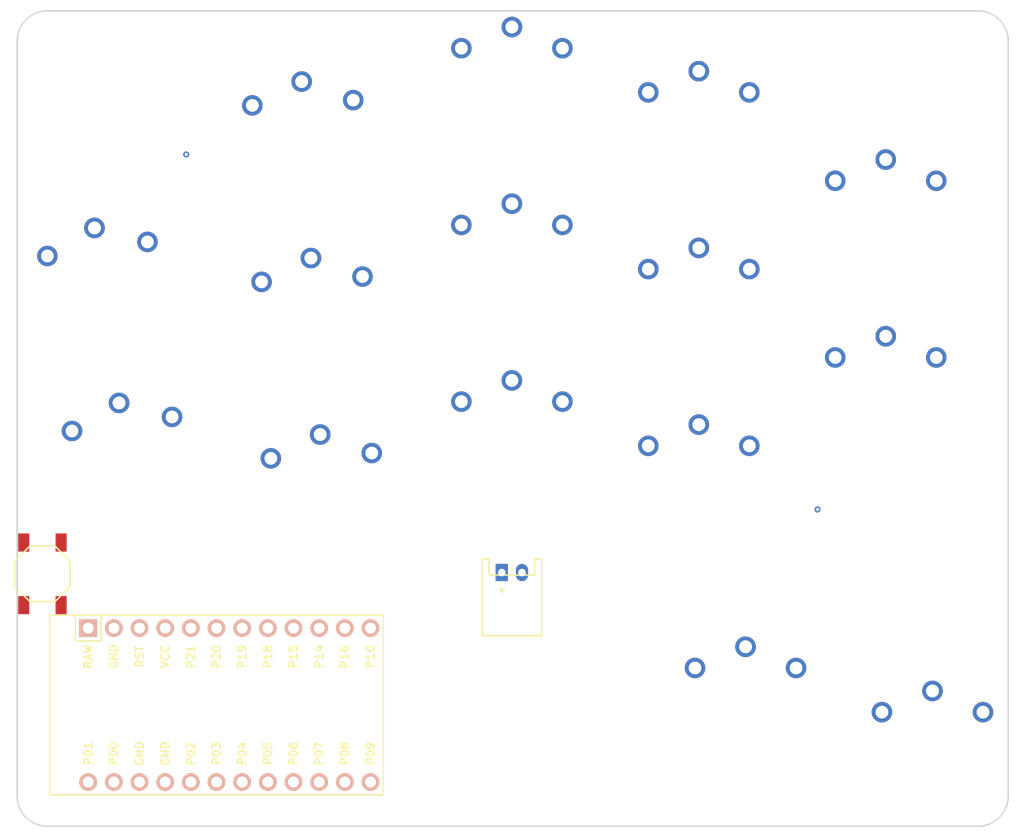
<source format=kicad_pcb>


(kicad_pcb (version 20171130) (host pcbnew 5.1.6)

  (page A3)
  (title_block
    (title "berylline")
    (rev "0.4")
    (company "jcmkk3")
  )

  (general
    (thickness 1.6)
  )

  (layers
    (0 F.Cu signal)
    (31 B.Cu signal)
    (32 B.Adhes user)
    (33 F.Adhes user)
    (34 B.Paste user)
    (35 F.Paste user)
    (36 B.SilkS user)
    (37 F.SilkS user)
    (38 B.Mask user)
    (39 F.Mask user)
    (40 Dwgs.User user)
    (41 Cmts.User user)
    (42 Eco1.User user)
    (43 Eco2.User user)
    (44 Edge.Cuts user)
    (45 Margin user)
    (46 B.CrtYd user)
    (47 F.CrtYd user)
    (48 B.Fab user)
    (49 F.Fab user)
  )

  (setup
    (last_trace_width 0.25)
    (trace_clearance 0.2)
    (zone_clearance 0.508)
    (zone_45_only no)
    (trace_min 0.2)
    (via_size 0.8)
    (via_drill 0.4)
    (via_min_size 0.4)
    (via_min_drill 0.3)
    (uvia_size 0.3)
    (uvia_drill 0.1)
    (uvias_allowed no)
    (uvia_min_size 0.2)
    (uvia_min_drill 0.1)
    (edge_width 0.05)
    (segment_width 0.2)
    (pcb_text_width 0.3)
    (pcb_text_size 1.5 1.5)
    (mod_edge_width 0.12)
    (mod_text_size 1 1)
    (mod_text_width 0.15)
    (pad_size 1.524 1.524)
    (pad_drill 0.762)
    (pad_to_mask_clearance 0.05)
    (aux_axis_origin 0 0)
    (visible_elements FFFFFF7F)
    (pcbplotparams
      (layerselection 0x010fc_ffffffff)
      (usegerberextensions false)
      (usegerberattributes true)
      (usegerberadvancedattributes true)
      (creategerberjobfile true)
      (excludeedgelayer true)
      (linewidth 0.100000)
      (plotframeref false)
      (viasonmask false)
      (mode 1)
      (useauxorigin false)
      (hpglpennumber 1)
      (hpglpenspeed 20)
      (hpglpendiameter 15.000000)
      (psnegative false)
      (psa4output false)
      (plotreference true)
      (plotvalue true)
      (plotinvisibletext false)
      (padsonsilk false)
      (subtractmaskfromsilk false)
      (outputformat 1)
      (mirror false)
      (drillshape 1)
      (scaleselection 1)
      (outputdirectory ""))
  )

  (net 0 "")
(net 1 "GND")
(net 2 "matrix_pinky_home")
(net 3 "matrix_pinky_top")
(net 4 "matrix_ring_bottom")
(net 5 "matrix_ring_home")
(net 6 "matrix_ring_top")
(net 7 "matrix_middle_bottom")
(net 8 "matrix_middle_home")
(net 9 "matrix_middle_top")
(net 10 "matrix_index_bottom")
(net 11 "matrix_index_home")
(net 12 "matrix_index_top")
(net 13 "matrix_inner_home")
(net 14 "matrix_inner_top")
(net 15 "thumb_tucky")
(net 16 "thumb_reachy")
(net 17 "RAW")
(net 18 "RST")
(net 19 "VCC")
(net 20 "P1")
(net 21 "P0")
(net 22 "P2")

  (net_class Default "This is the default net class."
    (clearance 0.2)
    (trace_width 0.25)
    (via_dia 0.8)
    (via_drill 0.4)
    (uvia_dia 0.3)
    (uvia_drill 0.1)
    (add_net "")
(add_net "GND")
(add_net "matrix_pinky_home")
(add_net "matrix_pinky_top")
(add_net "matrix_ring_bottom")
(add_net "matrix_ring_home")
(add_net "matrix_ring_top")
(add_net "matrix_middle_bottom")
(add_net "matrix_middle_home")
(add_net "matrix_middle_top")
(add_net "matrix_index_bottom")
(add_net "matrix_index_home")
(add_net "matrix_index_top")
(add_net "matrix_inner_home")
(add_net "matrix_inner_top")
(add_net "thumb_tucky")
(add_net "thumb_reachy")
(add_net "RAW")
(add_net "RST")
(add_net "VCC")
(add_net "P1")
(add_net "P0")
(add_net "P2")
  )

  
        
      (module PG1350 (layer F.Cu) (tedit 5DD50112)
      (at 171.1558392 140.042596 8)

      
      (fp_text reference "S1" (at 0 0) (layer F.SilkS) hide (effects (font (size 1.27 1.27) (thickness 0.15))))
      (fp_text value "" (at 0 0) (layer F.SilkS) hide (effects (font (size 1.27 1.27) (thickness 0.15))))

      
      (fp_line (start -7 -6) (end -7 -7) (layer Dwgs.User) (width 0.15))
      (fp_line (start -7 7) (end -6 7) (layer Dwgs.User) (width 0.15))
      (fp_line (start -6 -7) (end -7 -7) (layer Dwgs.User) (width 0.15))
      (fp_line (start -7 7) (end -7 6) (layer Dwgs.User) (width 0.15))
      (fp_line (start 7 6) (end 7 7) (layer Dwgs.User) (width 0.15))
      (fp_line (start 7 -7) (end 6 -7) (layer Dwgs.User) (width 0.15))
      (fp_line (start 6 7) (end 7 7) (layer Dwgs.User) (width 0.15))
      (fp_line (start 7 -7) (end 7 -6) (layer Dwgs.User) (width 0.15))      
      
      
      (pad "" np_thru_hole circle (at 0 0) (size 3.429 3.429) (drill 3.429) (layers *.Cu *.Mask))
        
      
      (pad "" np_thru_hole circle (at 5.5 0) (size 1.7018 1.7018) (drill 1.7018) (layers *.Cu *.Mask))
      (pad "" np_thru_hole circle (at -5.5 0) (size 1.7018 1.7018) (drill 1.7018) (layers *.Cu *.Mask))
      
        
      
      (fp_line (start -9 -8.5) (end 9 -8.5) (layer Dwgs.User) (width 0.15))
      (fp_line (start 9 -8.5) (end 9 8.5) (layer Dwgs.User) (width 0.15))
      (fp_line (start 9 8.5) (end -9 8.5) (layer Dwgs.User) (width 0.15))
      (fp_line (start -9 8.5) (end -9 -8.5) (layer Dwgs.User) (width 0.15))
      
        
            
            (pad 1 thru_hole circle (at 5 -3.8) (size 2.032 2.032) (drill 1.27) (layers *.Cu *.Mask) (net 1 "GND"))
            (pad 2 thru_hole circle (at 0 -5.9) (size 2.032 2.032) (drill 1.27) (layers *.Cu *.Mask) (net 2 "matrix_pinky_home"))
          
        
            
            (pad 1 thru_hole circle (at -5 -3.8) (size 2.032 2.032) (drill 1.27) (layers *.Cu *.Mask) (net 1 "GND"))
            (pad 2 thru_hole circle (at -0 -5.9) (size 2.032 2.032) (drill 1.27) (layers *.Cu *.Mask) (net 2 "matrix_pinky_home"))
          )
        

        
      (module PG1350 (layer F.Cu) (tedit 5DD50112)
      (at 168.72031 122.7129048 8)

      
      (fp_text reference "S2" (at 0 0) (layer F.SilkS) hide (effects (font (size 1.27 1.27) (thickness 0.15))))
      (fp_text value "" (at 0 0) (layer F.SilkS) hide (effects (font (size 1.27 1.27) (thickness 0.15))))

      
      (fp_line (start -7 -6) (end -7 -7) (layer Dwgs.User) (width 0.15))
      (fp_line (start -7 7) (end -6 7) (layer Dwgs.User) (width 0.15))
      (fp_line (start -6 -7) (end -7 -7) (layer Dwgs.User) (width 0.15))
      (fp_line (start -7 7) (end -7 6) (layer Dwgs.User) (width 0.15))
      (fp_line (start 7 6) (end 7 7) (layer Dwgs.User) (width 0.15))
      (fp_line (start 7 -7) (end 6 -7) (layer Dwgs.User) (width 0.15))
      (fp_line (start 6 7) (end 7 7) (layer Dwgs.User) (width 0.15))
      (fp_line (start 7 -7) (end 7 -6) (layer Dwgs.User) (width 0.15))      
      
      
      (pad "" np_thru_hole circle (at 0 0) (size 3.429 3.429) (drill 3.429) (layers *.Cu *.Mask))
        
      
      (pad "" np_thru_hole circle (at 5.5 0) (size 1.7018 1.7018) (drill 1.7018) (layers *.Cu *.Mask))
      (pad "" np_thru_hole circle (at -5.5 0) (size 1.7018 1.7018) (drill 1.7018) (layers *.Cu *.Mask))
      
        
      
      (fp_line (start -9 -8.5) (end 9 -8.5) (layer Dwgs.User) (width 0.15))
      (fp_line (start 9 -8.5) (end 9 8.5) (layer Dwgs.User) (width 0.15))
      (fp_line (start 9 8.5) (end -9 8.5) (layer Dwgs.User) (width 0.15))
      (fp_line (start -9 8.5) (end -9 -8.5) (layer Dwgs.User) (width 0.15))
      
        
            
            (pad 1 thru_hole circle (at 5 -3.8) (size 2.032 2.032) (drill 1.27) (layers *.Cu *.Mask) (net 1 "GND"))
            (pad 2 thru_hole circle (at 0 -5.9) (size 2.032 2.032) (drill 1.27) (layers *.Cu *.Mask) (net 3 "matrix_pinky_top"))
          
        
            
            (pad 1 thru_hole circle (at -5 -3.8) (size 2.032 2.032) (drill 1.27) (layers *.Cu *.Mask) (net 1 "GND"))
            (pad 2 thru_hole circle (at -0 -5.9) (size 2.032 2.032) (drill 1.27) (layers *.Cu *.Mask) (net 3 "matrix_pinky_top"))
          )
        

        
      (module PG1350 (layer F.Cu) (tedit 5DD50112)
      (at 190.548153 143.219373 3)

      
      (fp_text reference "S3" (at 0 0) (layer F.SilkS) hide (effects (font (size 1.27 1.27) (thickness 0.15))))
      (fp_text value "" (at 0 0) (layer F.SilkS) hide (effects (font (size 1.27 1.27) (thickness 0.15))))

      
      (fp_line (start -7 -6) (end -7 -7) (layer Dwgs.User) (width 0.15))
      (fp_line (start -7 7) (end -6 7) (layer Dwgs.User) (width 0.15))
      (fp_line (start -6 -7) (end -7 -7) (layer Dwgs.User) (width 0.15))
      (fp_line (start -7 7) (end -7 6) (layer Dwgs.User) (width 0.15))
      (fp_line (start 7 6) (end 7 7) (layer Dwgs.User) (width 0.15))
      (fp_line (start 7 -7) (end 6 -7) (layer Dwgs.User) (width 0.15))
      (fp_line (start 6 7) (end 7 7) (layer Dwgs.User) (width 0.15))
      (fp_line (start 7 -7) (end 7 -6) (layer Dwgs.User) (width 0.15))      
      
      
      (pad "" np_thru_hole circle (at 0 0) (size 3.429 3.429) (drill 3.429) (layers *.Cu *.Mask))
        
      
      (pad "" np_thru_hole circle (at 5.5 0) (size 1.7018 1.7018) (drill 1.7018) (layers *.Cu *.Mask))
      (pad "" np_thru_hole circle (at -5.5 0) (size 1.7018 1.7018) (drill 1.7018) (layers *.Cu *.Mask))
      
        
      
      (fp_line (start -9 -8.5) (end 9 -8.5) (layer Dwgs.User) (width 0.15))
      (fp_line (start 9 -8.5) (end 9 8.5) (layer Dwgs.User) (width 0.15))
      (fp_line (start 9 8.5) (end -9 8.5) (layer Dwgs.User) (width 0.15))
      (fp_line (start -9 8.5) (end -9 -8.5) (layer Dwgs.User) (width 0.15))
      
        
            
            (pad 1 thru_hole circle (at 5 -3.8) (size 2.032 2.032) (drill 1.27) (layers *.Cu *.Mask) (net 1 "GND"))
            (pad 2 thru_hole circle (at 0 -5.9) (size 2.032 2.032) (drill 1.27) (layers *.Cu *.Mask) (net 4 "matrix_ring_bottom"))
          
        
            
            (pad 1 thru_hole circle (at -5 -3.8) (size 2.032 2.032) (drill 1.27) (layers *.Cu *.Mask) (net 1 "GND"))
            (pad 2 thru_hole circle (at -0 -5.9) (size 2.032 2.032) (drill 1.27) (layers *.Cu *.Mask) (net 4 "matrix_ring_bottom"))
          )
        

        
      (module PG1350 (layer F.Cu) (tedit 5DD50112)
      (at 189.6322737 125.7433561 3)

      
      (fp_text reference "S4" (at 0 0) (layer F.SilkS) hide (effects (font (size 1.27 1.27) (thickness 0.15))))
      (fp_text value "" (at 0 0) (layer F.SilkS) hide (effects (font (size 1.27 1.27) (thickness 0.15))))

      
      (fp_line (start -7 -6) (end -7 -7) (layer Dwgs.User) (width 0.15))
      (fp_line (start -7 7) (end -6 7) (layer Dwgs.User) (width 0.15))
      (fp_line (start -6 -7) (end -7 -7) (layer Dwgs.User) (width 0.15))
      (fp_line (start -7 7) (end -7 6) (layer Dwgs.User) (width 0.15))
      (fp_line (start 7 6) (end 7 7) (layer Dwgs.User) (width 0.15))
      (fp_line (start 7 -7) (end 6 -7) (layer Dwgs.User) (width 0.15))
      (fp_line (start 6 7) (end 7 7) (layer Dwgs.User) (width 0.15))
      (fp_line (start 7 -7) (end 7 -6) (layer Dwgs.User) (width 0.15))      
      
      
      (pad "" np_thru_hole circle (at 0 0) (size 3.429 3.429) (drill 3.429) (layers *.Cu *.Mask))
        
      
      (pad "" np_thru_hole circle (at 5.5 0) (size 1.7018 1.7018) (drill 1.7018) (layers *.Cu *.Mask))
      (pad "" np_thru_hole circle (at -5.5 0) (size 1.7018 1.7018) (drill 1.7018) (layers *.Cu *.Mask))
      
        
      
      (fp_line (start -9 -8.5) (end 9 -8.5) (layer Dwgs.User) (width 0.15))
      (fp_line (start 9 -8.5) (end 9 8.5) (layer Dwgs.User) (width 0.15))
      (fp_line (start 9 8.5) (end -9 8.5) (layer Dwgs.User) (width 0.15))
      (fp_line (start -9 8.5) (end -9 -8.5) (layer Dwgs.User) (width 0.15))
      
        
            
            (pad 1 thru_hole circle (at 5 -3.8) (size 2.032 2.032) (drill 1.27) (layers *.Cu *.Mask) (net 1 "GND"))
            (pad 2 thru_hole circle (at 0 -5.9) (size 2.032 2.032) (drill 1.27) (layers *.Cu *.Mask) (net 5 "matrix_ring_home"))
          
        
            
            (pad 1 thru_hole circle (at -5 -3.8) (size 2.032 2.032) (drill 1.27) (layers *.Cu *.Mask) (net 1 "GND"))
            (pad 2 thru_hole circle (at -0 -5.9) (size 2.032 2.032) (drill 1.27) (layers *.Cu *.Mask) (net 5 "matrix_ring_home"))
          )
        

        
      (module PG1350 (layer F.Cu) (tedit 5DD50112)
      (at 188.7163945 108.2673393 3)

      
      (fp_text reference "S5" (at 0 0) (layer F.SilkS) hide (effects (font (size 1.27 1.27) (thickness 0.15))))
      (fp_text value "" (at 0 0) (layer F.SilkS) hide (effects (font (size 1.27 1.27) (thickness 0.15))))

      
      (fp_line (start -7 -6) (end -7 -7) (layer Dwgs.User) (width 0.15))
      (fp_line (start -7 7) (end -6 7) (layer Dwgs.User) (width 0.15))
      (fp_line (start -6 -7) (end -7 -7) (layer Dwgs.User) (width 0.15))
      (fp_line (start -7 7) (end -7 6) (layer Dwgs.User) (width 0.15))
      (fp_line (start 7 6) (end 7 7) (layer Dwgs.User) (width 0.15))
      (fp_line (start 7 -7) (end 6 -7) (layer Dwgs.User) (width 0.15))
      (fp_line (start 6 7) (end 7 7) (layer Dwgs.User) (width 0.15))
      (fp_line (start 7 -7) (end 7 -6) (layer Dwgs.User) (width 0.15))      
      
      
      (pad "" np_thru_hole circle (at 0 0) (size 3.429 3.429) (drill 3.429) (layers *.Cu *.Mask))
        
      
      (pad "" np_thru_hole circle (at 5.5 0) (size 1.7018 1.7018) (drill 1.7018) (layers *.Cu *.Mask))
      (pad "" np_thru_hole circle (at -5.5 0) (size 1.7018 1.7018) (drill 1.7018) (layers *.Cu *.Mask))
      
        
      
      (fp_line (start -9 -8.5) (end 9 -8.5) (layer Dwgs.User) (width 0.15))
      (fp_line (start 9 -8.5) (end 9 8.5) (layer Dwgs.User) (width 0.15))
      (fp_line (start 9 8.5) (end -9 8.5) (layer Dwgs.User) (width 0.15))
      (fp_line (start -9 8.5) (end -9 -8.5) (layer Dwgs.User) (width 0.15))
      
        
            
            (pad 1 thru_hole circle (at 5 -3.8) (size 2.032 2.032) (drill 1.27) (layers *.Cu *.Mask) (net 1 "GND"))
            (pad 2 thru_hole circle (at 0 -5.9) (size 2.032 2.032) (drill 1.27) (layers *.Cu *.Mask) (net 6 "matrix_ring_top"))
          
        
            
            (pad 1 thru_hole circle (at -5 -3.8) (size 2.032 2.032) (drill 1.27) (layers *.Cu *.Mask) (net 1 "GND"))
            (pad 2 thru_hole circle (at -0 -5.9) (size 2.032 2.032) (drill 1.27) (layers *.Cu *.Mask) (net 6 "matrix_ring_top"))
          )
        

        
      (module PG1350 (layer F.Cu) (tedit 5DD50112)
      (at 209.2125172 137.8711898 0)

      
      (fp_text reference "S6" (at 0 0) (layer F.SilkS) hide (effects (font (size 1.27 1.27) (thickness 0.15))))
      (fp_text value "" (at 0 0) (layer F.SilkS) hide (effects (font (size 1.27 1.27) (thickness 0.15))))

      
      (fp_line (start -7 -6) (end -7 -7) (layer Dwgs.User) (width 0.15))
      (fp_line (start -7 7) (end -6 7) (layer Dwgs.User) (width 0.15))
      (fp_line (start -6 -7) (end -7 -7) (layer Dwgs.User) (width 0.15))
      (fp_line (start -7 7) (end -7 6) (layer Dwgs.User) (width 0.15))
      (fp_line (start 7 6) (end 7 7) (layer Dwgs.User) (width 0.15))
      (fp_line (start 7 -7) (end 6 -7) (layer Dwgs.User) (width 0.15))
      (fp_line (start 6 7) (end 7 7) (layer Dwgs.User) (width 0.15))
      (fp_line (start 7 -7) (end 7 -6) (layer Dwgs.User) (width 0.15))      
      
      
      (pad "" np_thru_hole circle (at 0 0) (size 3.429 3.429) (drill 3.429) (layers *.Cu *.Mask))
        
      
      (pad "" np_thru_hole circle (at 5.5 0) (size 1.7018 1.7018) (drill 1.7018) (layers *.Cu *.Mask))
      (pad "" np_thru_hole circle (at -5.5 0) (size 1.7018 1.7018) (drill 1.7018) (layers *.Cu *.Mask))
      
        
      
      (fp_line (start -9 -8.5) (end 9 -8.5) (layer Dwgs.User) (width 0.15))
      (fp_line (start 9 -8.5) (end 9 8.5) (layer Dwgs.User) (width 0.15))
      (fp_line (start 9 8.5) (end -9 8.5) (layer Dwgs.User) (width 0.15))
      (fp_line (start -9 8.5) (end -9 -8.5) (layer Dwgs.User) (width 0.15))
      
        
            
            (pad 1 thru_hole circle (at 5 -3.8) (size 2.032 2.032) (drill 1.27) (layers *.Cu *.Mask) (net 1 "GND"))
            (pad 2 thru_hole circle (at 0 -5.9) (size 2.032 2.032) (drill 1.27) (layers *.Cu *.Mask) (net 7 "matrix_middle_bottom"))
          
        
            
            (pad 1 thru_hole circle (at -5 -3.8) (size 2.032 2.032) (drill 1.27) (layers *.Cu *.Mask) (net 1 "GND"))
            (pad 2 thru_hole circle (at -0 -5.9) (size 2.032 2.032) (drill 1.27) (layers *.Cu *.Mask) (net 7 "matrix_middle_bottom"))
          )
        

        
      (module PG1350 (layer F.Cu) (tedit 5DD50112)
      (at 209.2125173 120.3711898 0)

      
      (fp_text reference "S7" (at 0 0) (layer F.SilkS) hide (effects (font (size 1.27 1.27) (thickness 0.15))))
      (fp_text value "" (at 0 0) (layer F.SilkS) hide (effects (font (size 1.27 1.27) (thickness 0.15))))

      
      (fp_line (start -7 -6) (end -7 -7) (layer Dwgs.User) (width 0.15))
      (fp_line (start -7 7) (end -6 7) (layer Dwgs.User) (width 0.15))
      (fp_line (start -6 -7) (end -7 -7) (layer Dwgs.User) (width 0.15))
      (fp_line (start -7 7) (end -7 6) (layer Dwgs.User) (width 0.15))
      (fp_line (start 7 6) (end 7 7) (layer Dwgs.User) (width 0.15))
      (fp_line (start 7 -7) (end 6 -7) (layer Dwgs.User) (width 0.15))
      (fp_line (start 6 7) (end 7 7) (layer Dwgs.User) (width 0.15))
      (fp_line (start 7 -7) (end 7 -6) (layer Dwgs.User) (width 0.15))      
      
      
      (pad "" np_thru_hole circle (at 0 0) (size 3.429 3.429) (drill 3.429) (layers *.Cu *.Mask))
        
      
      (pad "" np_thru_hole circle (at 5.5 0) (size 1.7018 1.7018) (drill 1.7018) (layers *.Cu *.Mask))
      (pad "" np_thru_hole circle (at -5.5 0) (size 1.7018 1.7018) (drill 1.7018) (layers *.Cu *.Mask))
      
        
      
      (fp_line (start -9 -8.5) (end 9 -8.5) (layer Dwgs.User) (width 0.15))
      (fp_line (start 9 -8.5) (end 9 8.5) (layer Dwgs.User) (width 0.15))
      (fp_line (start 9 8.5) (end -9 8.5) (layer Dwgs.User) (width 0.15))
      (fp_line (start -9 8.5) (end -9 -8.5) (layer Dwgs.User) (width 0.15))
      
        
            
            (pad 1 thru_hole circle (at 5 -3.8) (size 2.032 2.032) (drill 1.27) (layers *.Cu *.Mask) (net 1 "GND"))
            (pad 2 thru_hole circle (at 0 -5.9) (size 2.032 2.032) (drill 1.27) (layers *.Cu *.Mask) (net 8 "matrix_middle_home"))
          
        
            
            (pad 1 thru_hole circle (at -5 -3.8) (size 2.032 2.032) (drill 1.27) (layers *.Cu *.Mask) (net 1 "GND"))
            (pad 2 thru_hole circle (at -0 -5.9) (size 2.032 2.032) (drill 1.27) (layers *.Cu *.Mask) (net 8 "matrix_middle_home"))
          )
        

        
      (module PG1350 (layer F.Cu) (tedit 5DD50112)
      (at 209.2125173 102.8711898 0)

      
      (fp_text reference "S8" (at 0 0) (layer F.SilkS) hide (effects (font (size 1.27 1.27) (thickness 0.15))))
      (fp_text value "" (at 0 0) (layer F.SilkS) hide (effects (font (size 1.27 1.27) (thickness 0.15))))

      
      (fp_line (start -7 -6) (end -7 -7) (layer Dwgs.User) (width 0.15))
      (fp_line (start -7 7) (end -6 7) (layer Dwgs.User) (width 0.15))
      (fp_line (start -6 -7) (end -7 -7) (layer Dwgs.User) (width 0.15))
      (fp_line (start -7 7) (end -7 6) (layer Dwgs.User) (width 0.15))
      (fp_line (start 7 6) (end 7 7) (layer Dwgs.User) (width 0.15))
      (fp_line (start 7 -7) (end 6 -7) (layer Dwgs.User) (width 0.15))
      (fp_line (start 6 7) (end 7 7) (layer Dwgs.User) (width 0.15))
      (fp_line (start 7 -7) (end 7 -6) (layer Dwgs.User) (width 0.15))      
      
      
      (pad "" np_thru_hole circle (at 0 0) (size 3.429 3.429) (drill 3.429) (layers *.Cu *.Mask))
        
      
      (pad "" np_thru_hole circle (at 5.5 0) (size 1.7018 1.7018) (drill 1.7018) (layers *.Cu *.Mask))
      (pad "" np_thru_hole circle (at -5.5 0) (size 1.7018 1.7018) (drill 1.7018) (layers *.Cu *.Mask))
      
        
      
      (fp_line (start -9 -8.5) (end 9 -8.5) (layer Dwgs.User) (width 0.15))
      (fp_line (start 9 -8.5) (end 9 8.5) (layer Dwgs.User) (width 0.15))
      (fp_line (start 9 8.5) (end -9 8.5) (layer Dwgs.User) (width 0.15))
      (fp_line (start -9 8.5) (end -9 -8.5) (layer Dwgs.User) (width 0.15))
      
        
            
            (pad 1 thru_hole circle (at 5 -3.8) (size 2.032 2.032) (drill 1.27) (layers *.Cu *.Mask) (net 1 "GND"))
            (pad 2 thru_hole circle (at 0 -5.9) (size 2.032 2.032) (drill 1.27) (layers *.Cu *.Mask) (net 9 "matrix_middle_top"))
          
        
            
            (pad 1 thru_hole circle (at -5 -3.8) (size 2.032 2.032) (drill 1.27) (layers *.Cu *.Mask) (net 1 "GND"))
            (pad 2 thru_hole circle (at -0 -5.9) (size 2.032 2.032) (drill 1.27) (layers *.Cu *.Mask) (net 9 "matrix_middle_top"))
          )
        

        
      (module PG1350 (layer F.Cu) (tedit 5DD50112)
      (at 227.7125173 142.2461899 0)

      
      (fp_text reference "S9" (at 0 0) (layer F.SilkS) hide (effects (font (size 1.27 1.27) (thickness 0.15))))
      (fp_text value "" (at 0 0) (layer F.SilkS) hide (effects (font (size 1.27 1.27) (thickness 0.15))))

      
      (fp_line (start -7 -6) (end -7 -7) (layer Dwgs.User) (width 0.15))
      (fp_line (start -7 7) (end -6 7) (layer Dwgs.User) (width 0.15))
      (fp_line (start -6 -7) (end -7 -7) (layer Dwgs.User) (width 0.15))
      (fp_line (start -7 7) (end -7 6) (layer Dwgs.User) (width 0.15))
      (fp_line (start 7 6) (end 7 7) (layer Dwgs.User) (width 0.15))
      (fp_line (start 7 -7) (end 6 -7) (layer Dwgs.User) (width 0.15))
      (fp_line (start 6 7) (end 7 7) (layer Dwgs.User) (width 0.15))
      (fp_line (start 7 -7) (end 7 -6) (layer Dwgs.User) (width 0.15))      
      
      
      (pad "" np_thru_hole circle (at 0 0) (size 3.429 3.429) (drill 3.429) (layers *.Cu *.Mask))
        
      
      (pad "" np_thru_hole circle (at 5.5 0) (size 1.7018 1.7018) (drill 1.7018) (layers *.Cu *.Mask))
      (pad "" np_thru_hole circle (at -5.5 0) (size 1.7018 1.7018) (drill 1.7018) (layers *.Cu *.Mask))
      
        
      
      (fp_line (start -9 -8.5) (end 9 -8.5) (layer Dwgs.User) (width 0.15))
      (fp_line (start 9 -8.5) (end 9 8.5) (layer Dwgs.User) (width 0.15))
      (fp_line (start 9 8.5) (end -9 8.5) (layer Dwgs.User) (width 0.15))
      (fp_line (start -9 8.5) (end -9 -8.5) (layer Dwgs.User) (width 0.15))
      
        
            
            (pad 1 thru_hole circle (at 5 -3.8) (size 2.032 2.032) (drill 1.27) (layers *.Cu *.Mask) (net 1 "GND"))
            (pad 2 thru_hole circle (at 0 -5.9) (size 2.032 2.032) (drill 1.27) (layers *.Cu *.Mask) (net 10 "matrix_index_bottom"))
          
        
            
            (pad 1 thru_hole circle (at -5 -3.8) (size 2.032 2.032) (drill 1.27) (layers *.Cu *.Mask) (net 1 "GND"))
            (pad 2 thru_hole circle (at -0 -5.9) (size 2.032 2.032) (drill 1.27) (layers *.Cu *.Mask) (net 10 "matrix_index_bottom"))
          )
        

        
      (module PG1350 (layer F.Cu) (tedit 5DD50112)
      (at 227.7125173 124.7461899 0)

      
      (fp_text reference "S10" (at 0 0) (layer F.SilkS) hide (effects (font (size 1.27 1.27) (thickness 0.15))))
      (fp_text value "" (at 0 0) (layer F.SilkS) hide (effects (font (size 1.27 1.27) (thickness 0.15))))

      
      (fp_line (start -7 -6) (end -7 -7) (layer Dwgs.User) (width 0.15))
      (fp_line (start -7 7) (end -6 7) (layer Dwgs.User) (width 0.15))
      (fp_line (start -6 -7) (end -7 -7) (layer Dwgs.User) (width 0.15))
      (fp_line (start -7 7) (end -7 6) (layer Dwgs.User) (width 0.15))
      (fp_line (start 7 6) (end 7 7) (layer Dwgs.User) (width 0.15))
      (fp_line (start 7 -7) (end 6 -7) (layer Dwgs.User) (width 0.15))
      (fp_line (start 6 7) (end 7 7) (layer Dwgs.User) (width 0.15))
      (fp_line (start 7 -7) (end 7 -6) (layer Dwgs.User) (width 0.15))      
      
      
      (pad "" np_thru_hole circle (at 0 0) (size 3.429 3.429) (drill 3.429) (layers *.Cu *.Mask))
        
      
      (pad "" np_thru_hole circle (at 5.5 0) (size 1.7018 1.7018) (drill 1.7018) (layers *.Cu *.Mask))
      (pad "" np_thru_hole circle (at -5.5 0) (size 1.7018 1.7018) (drill 1.7018) (layers *.Cu *.Mask))
      
        
      
      (fp_line (start -9 -8.5) (end 9 -8.5) (layer Dwgs.User) (width 0.15))
      (fp_line (start 9 -8.5) (end 9 8.5) (layer Dwgs.User) (width 0.15))
      (fp_line (start 9 8.5) (end -9 8.5) (layer Dwgs.User) (width 0.15))
      (fp_line (start -9 8.5) (end -9 -8.5) (layer Dwgs.User) (width 0.15))
      
        
            
            (pad 1 thru_hole circle (at 5 -3.8) (size 2.032 2.032) (drill 1.27) (layers *.Cu *.Mask) (net 1 "GND"))
            (pad 2 thru_hole circle (at 0 -5.9) (size 2.032 2.032) (drill 1.27) (layers *.Cu *.Mask) (net 11 "matrix_index_home"))
          
        
            
            (pad 1 thru_hole circle (at -5 -3.8) (size 2.032 2.032) (drill 1.27) (layers *.Cu *.Mask) (net 1 "GND"))
            (pad 2 thru_hole circle (at -0 -5.9) (size 2.032 2.032) (drill 1.27) (layers *.Cu *.Mask) (net 11 "matrix_index_home"))
          )
        

        
      (module PG1350 (layer F.Cu) (tedit 5DD50112)
      (at 227.7125174 107.2461899 0)

      
      (fp_text reference "S11" (at 0 0) (layer F.SilkS) hide (effects (font (size 1.27 1.27) (thickness 0.15))))
      (fp_text value "" (at 0 0) (layer F.SilkS) hide (effects (font (size 1.27 1.27) (thickness 0.15))))

      
      (fp_line (start -7 -6) (end -7 -7) (layer Dwgs.User) (width 0.15))
      (fp_line (start -7 7) (end -6 7) (layer Dwgs.User) (width 0.15))
      (fp_line (start -6 -7) (end -7 -7) (layer Dwgs.User) (width 0.15))
      (fp_line (start -7 7) (end -7 6) (layer Dwgs.User) (width 0.15))
      (fp_line (start 7 6) (end 7 7) (layer Dwgs.User) (width 0.15))
      (fp_line (start 7 -7) (end 6 -7) (layer Dwgs.User) (width 0.15))
      (fp_line (start 6 7) (end 7 7) (layer Dwgs.User) (width 0.15))
      (fp_line (start 7 -7) (end 7 -6) (layer Dwgs.User) (width 0.15))      
      
      
      (pad "" np_thru_hole circle (at 0 0) (size 3.429 3.429) (drill 3.429) (layers *.Cu *.Mask))
        
      
      (pad "" np_thru_hole circle (at 5.5 0) (size 1.7018 1.7018) (drill 1.7018) (layers *.Cu *.Mask))
      (pad "" np_thru_hole circle (at -5.5 0) (size 1.7018 1.7018) (drill 1.7018) (layers *.Cu *.Mask))
      
        
      
      (fp_line (start -9 -8.5) (end 9 -8.5) (layer Dwgs.User) (width 0.15))
      (fp_line (start 9 -8.5) (end 9 8.5) (layer Dwgs.User) (width 0.15))
      (fp_line (start 9 8.5) (end -9 8.5) (layer Dwgs.User) (width 0.15))
      (fp_line (start -9 8.5) (end -9 -8.5) (layer Dwgs.User) (width 0.15))
      
        
            
            (pad 1 thru_hole circle (at 5 -3.8) (size 2.032 2.032) (drill 1.27) (layers *.Cu *.Mask) (net 1 "GND"))
            (pad 2 thru_hole circle (at 0 -5.9) (size 2.032 2.032) (drill 1.27) (layers *.Cu *.Mask) (net 12 "matrix_index_top"))
          
        
            
            (pad 1 thru_hole circle (at -5 -3.8) (size 2.032 2.032) (drill 1.27) (layers *.Cu *.Mask) (net 1 "GND"))
            (pad 2 thru_hole circle (at -0 -5.9) (size 2.032 2.032) (drill 1.27) (layers *.Cu *.Mask) (net 12 "matrix_index_top"))
          )
        

        
      (module PG1350 (layer F.Cu) (tedit 5DD50112)
      (at 246.2125173 133.4961898 0)

      
      (fp_text reference "S12" (at 0 0) (layer F.SilkS) hide (effects (font (size 1.27 1.27) (thickness 0.15))))
      (fp_text value "" (at 0 0) (layer F.SilkS) hide (effects (font (size 1.27 1.27) (thickness 0.15))))

      
      (fp_line (start -7 -6) (end -7 -7) (layer Dwgs.User) (width 0.15))
      (fp_line (start -7 7) (end -6 7) (layer Dwgs.User) (width 0.15))
      (fp_line (start -6 -7) (end -7 -7) (layer Dwgs.User) (width 0.15))
      (fp_line (start -7 7) (end -7 6) (layer Dwgs.User) (width 0.15))
      (fp_line (start 7 6) (end 7 7) (layer Dwgs.User) (width 0.15))
      (fp_line (start 7 -7) (end 6 -7) (layer Dwgs.User) (width 0.15))
      (fp_line (start 6 7) (end 7 7) (layer Dwgs.User) (width 0.15))
      (fp_line (start 7 -7) (end 7 -6) (layer Dwgs.User) (width 0.15))      
      
      
      (pad "" np_thru_hole circle (at 0 0) (size 3.429 3.429) (drill 3.429) (layers *.Cu *.Mask))
        
      
      (pad "" np_thru_hole circle (at 5.5 0) (size 1.7018 1.7018) (drill 1.7018) (layers *.Cu *.Mask))
      (pad "" np_thru_hole circle (at -5.5 0) (size 1.7018 1.7018) (drill 1.7018) (layers *.Cu *.Mask))
      
        
      
      (fp_line (start -9 -8.5) (end 9 -8.5) (layer Dwgs.User) (width 0.15))
      (fp_line (start 9 -8.5) (end 9 8.5) (layer Dwgs.User) (width 0.15))
      (fp_line (start 9 8.5) (end -9 8.5) (layer Dwgs.User) (width 0.15))
      (fp_line (start -9 8.5) (end -9 -8.5) (layer Dwgs.User) (width 0.15))
      
        
            
            (pad 1 thru_hole circle (at 5 -3.8) (size 2.032 2.032) (drill 1.27) (layers *.Cu *.Mask) (net 1 "GND"))
            (pad 2 thru_hole circle (at 0 -5.9) (size 2.032 2.032) (drill 1.27) (layers *.Cu *.Mask) (net 13 "matrix_inner_home"))
          
        
            
            (pad 1 thru_hole circle (at -5 -3.8) (size 2.032 2.032) (drill 1.27) (layers *.Cu *.Mask) (net 1 "GND"))
            (pad 2 thru_hole circle (at -0 -5.9) (size 2.032 2.032) (drill 1.27) (layers *.Cu *.Mask) (net 13 "matrix_inner_home"))
          )
        

        
      (module PG1350 (layer F.Cu) (tedit 5DD50112)
      (at 246.2125173 115.9961898 0)

      
      (fp_text reference "S13" (at 0 0) (layer F.SilkS) hide (effects (font (size 1.27 1.27) (thickness 0.15))))
      (fp_text value "" (at 0 0) (layer F.SilkS) hide (effects (font (size 1.27 1.27) (thickness 0.15))))

      
      (fp_line (start -7 -6) (end -7 -7) (layer Dwgs.User) (width 0.15))
      (fp_line (start -7 7) (end -6 7) (layer Dwgs.User) (width 0.15))
      (fp_line (start -6 -7) (end -7 -7) (layer Dwgs.User) (width 0.15))
      (fp_line (start -7 7) (end -7 6) (layer Dwgs.User) (width 0.15))
      (fp_line (start 7 6) (end 7 7) (layer Dwgs.User) (width 0.15))
      (fp_line (start 7 -7) (end 6 -7) (layer Dwgs.User) (width 0.15))
      (fp_line (start 6 7) (end 7 7) (layer Dwgs.User) (width 0.15))
      (fp_line (start 7 -7) (end 7 -6) (layer Dwgs.User) (width 0.15))      
      
      
      (pad "" np_thru_hole circle (at 0 0) (size 3.429 3.429) (drill 3.429) (layers *.Cu *.Mask))
        
      
      (pad "" np_thru_hole circle (at 5.5 0) (size 1.7018 1.7018) (drill 1.7018) (layers *.Cu *.Mask))
      (pad "" np_thru_hole circle (at -5.5 0) (size 1.7018 1.7018) (drill 1.7018) (layers *.Cu *.Mask))
      
        
      
      (fp_line (start -9 -8.5) (end 9 -8.5) (layer Dwgs.User) (width 0.15))
      (fp_line (start 9 -8.5) (end 9 8.5) (layer Dwgs.User) (width 0.15))
      (fp_line (start 9 8.5) (end -9 8.5) (layer Dwgs.User) (width 0.15))
      (fp_line (start -9 8.5) (end -9 -8.5) (layer Dwgs.User) (width 0.15))
      
        
            
            (pad 1 thru_hole circle (at 5 -3.8) (size 2.032 2.032) (drill 1.27) (layers *.Cu *.Mask) (net 1 "GND"))
            (pad 2 thru_hole circle (at 0 -5.9) (size 2.032 2.032) (drill 1.27) (layers *.Cu *.Mask) (net 14 "matrix_inner_top"))
          
        
            
            (pad 1 thru_hole circle (at -5 -3.8) (size 2.032 2.032) (drill 1.27) (layers *.Cu *.Mask) (net 1 "GND"))
            (pad 2 thru_hole circle (at -0 -5.9) (size 2.032 2.032) (drill 1.27) (layers *.Cu *.Mask) (net 14 "matrix_inner_top"))
          )
        

        
      (module PG1350 (layer F.Cu) (tedit 5DD50112)
      (at 232.3375173 164.2461899 0)

      
      (fp_text reference "S14" (at 0 0) (layer F.SilkS) hide (effects (font (size 1.27 1.27) (thickness 0.15))))
      (fp_text value "" (at 0 0) (layer F.SilkS) hide (effects (font (size 1.27 1.27) (thickness 0.15))))

      
      (fp_line (start -7 -6) (end -7 -7) (layer Dwgs.User) (width 0.15))
      (fp_line (start -7 7) (end -6 7) (layer Dwgs.User) (width 0.15))
      (fp_line (start -6 -7) (end -7 -7) (layer Dwgs.User) (width 0.15))
      (fp_line (start -7 7) (end -7 6) (layer Dwgs.User) (width 0.15))
      (fp_line (start 7 6) (end 7 7) (layer Dwgs.User) (width 0.15))
      (fp_line (start 7 -7) (end 6 -7) (layer Dwgs.User) (width 0.15))
      (fp_line (start 6 7) (end 7 7) (layer Dwgs.User) (width 0.15))
      (fp_line (start 7 -7) (end 7 -6) (layer Dwgs.User) (width 0.15))      
      
      
      (pad "" np_thru_hole circle (at 0 0) (size 3.429 3.429) (drill 3.429) (layers *.Cu *.Mask))
        
      
      (pad "" np_thru_hole circle (at 5.5 0) (size 1.7018 1.7018) (drill 1.7018) (layers *.Cu *.Mask))
      (pad "" np_thru_hole circle (at -5.5 0) (size 1.7018 1.7018) (drill 1.7018) (layers *.Cu *.Mask))
      
        
      
      (fp_line (start -9 -8.5) (end 9 -8.5) (layer Dwgs.User) (width 0.15))
      (fp_line (start 9 -8.5) (end 9 8.5) (layer Dwgs.User) (width 0.15))
      (fp_line (start 9 8.5) (end -9 8.5) (layer Dwgs.User) (width 0.15))
      (fp_line (start -9 8.5) (end -9 -8.5) (layer Dwgs.User) (width 0.15))
      
        
            
            (pad 1 thru_hole circle (at 5 -3.8) (size 2.032 2.032) (drill 1.27) (layers *.Cu *.Mask) (net 1 "GND"))
            (pad 2 thru_hole circle (at 0 -5.9) (size 2.032 2.032) (drill 1.27) (layers *.Cu *.Mask) (net 15 "thumb_tucky"))
          
        
            
            (pad 1 thru_hole circle (at -5 -3.8) (size 2.032 2.032) (drill 1.27) (layers *.Cu *.Mask) (net 1 "GND"))
            (pad 2 thru_hole circle (at -0 -5.9) (size 2.032 2.032) (drill 1.27) (layers *.Cu *.Mask) (net 15 "thumb_tucky"))
          )
        

        
      (module PG1350 (layer F.Cu) (tedit 5DD50112)
      (at 250.8375173 168.6211899 0)

      
      (fp_text reference "S15" (at 0 0) (layer F.SilkS) hide (effects (font (size 1.27 1.27) (thickness 0.15))))
      (fp_text value "" (at 0 0) (layer F.SilkS) hide (effects (font (size 1.27 1.27) (thickness 0.15))))

      
      (fp_line (start -7 -6) (end -7 -7) (layer Dwgs.User) (width 0.15))
      (fp_line (start -7 7) (end -6 7) (layer Dwgs.User) (width 0.15))
      (fp_line (start -6 -7) (end -7 -7) (layer Dwgs.User) (width 0.15))
      (fp_line (start -7 7) (end -7 6) (layer Dwgs.User) (width 0.15))
      (fp_line (start 7 6) (end 7 7) (layer Dwgs.User) (width 0.15))
      (fp_line (start 7 -7) (end 6 -7) (layer Dwgs.User) (width 0.15))
      (fp_line (start 6 7) (end 7 7) (layer Dwgs.User) (width 0.15))
      (fp_line (start 7 -7) (end 7 -6) (layer Dwgs.User) (width 0.15))      
      
      
      (pad "" np_thru_hole circle (at 0 0) (size 3.429 3.429) (drill 3.429) (layers *.Cu *.Mask))
        
      
      (pad "" np_thru_hole circle (at 5.5 0) (size 1.7018 1.7018) (drill 1.7018) (layers *.Cu *.Mask))
      (pad "" np_thru_hole circle (at -5.5 0) (size 1.7018 1.7018) (drill 1.7018) (layers *.Cu *.Mask))
      
        
      
      (fp_line (start -9 -8.5) (end 9 -8.5) (layer Dwgs.User) (width 0.15))
      (fp_line (start 9 -8.5) (end 9 8.5) (layer Dwgs.User) (width 0.15))
      (fp_line (start 9 8.5) (end -9 8.5) (layer Dwgs.User) (width 0.15))
      (fp_line (start -9 8.5) (end -9 -8.5) (layer Dwgs.User) (width 0.15))
      
        
            
            (pad 1 thru_hole circle (at 5 -3.8) (size 2.032 2.032) (drill 1.27) (layers *.Cu *.Mask) (net 1 "GND"))
            (pad 2 thru_hole circle (at 0 -5.9) (size 2.032 2.032) (drill 1.27) (layers *.Cu *.Mask) (net 16 "thumb_reachy"))
          
        
            
            (pad 1 thru_hole circle (at -5 -3.8) (size 2.032 2.032) (drill 1.27) (layers *.Cu *.Mask) (net 1 "GND"))
            (pad 2 thru_hole circle (at -0 -5.9) (size 2.032 2.032) (drill 1.27) (layers *.Cu *.Mask) (net 16 "thumb_reachy"))
          )
        

        
      (module ProMicro (layer F.Cu) (tedit 5B307E4C)
      (at 181.2495012 164.1211899 0)

      
      (fp_text reference "MCU1" (at 0 0) (layer F.SilkS) hide (effects (font (size 1.27 1.27) (thickness 0.15))))
      (fp_text value "" (at 0 0) (layer F.SilkS) hide (effects (font (size 1.27 1.27) (thickness 0.15))))
    
      
      (fp_line (start -19.304 -3.81) (end -14.224 -3.81) (layer Dwgs.User) (width 0.15))
      (fp_line (start -19.304 3.81) (end -19.304 -3.81) (layer Dwgs.User) (width 0.15))
      (fp_line (start -14.224 3.81) (end -19.304 3.81) (layer Dwgs.User) (width 0.15))
      (fp_line (start -14.224 -3.81) (end -14.224 3.81) (layer Dwgs.User) (width 0.15))
    
      
      (fp_line (start -17.78 8.89) (end 15.24 8.89) (layer F.SilkS) (width 0.15))
      (fp_line (start 15.24 8.89) (end 15.24 -8.89) (layer F.SilkS) (width 0.15))
      (fp_line (start 15.24 -8.89) (end -17.78 -8.89) (layer F.SilkS) (width 0.15))
      (fp_line (start -17.78 -8.89) (end -17.78 8.89) (layer F.SilkS) (width 0.15))
      
        
        
        (fp_line (start -15.24 -6.35) (end -12.7 -6.35) (layer F.SilkS) (width 0.15))
        (fp_line (start -15.24 -6.35) (end -15.24 -8.89) (layer F.SilkS) (width 0.15))
        (fp_line (start -12.7 -6.35) (end -12.7 -8.89) (layer F.SilkS) (width 0.15))
      
        
        (fp_text user RAW (at -13.97 -4.8 90) (layer F.SilkS) (effects (font (size 0.8 0.8) (thickness 0.15))))
        (fp_text user GND (at -11.43 -4.8 90) (layer F.SilkS) (effects (font (size 0.8 0.8) (thickness 0.15))))
        (fp_text user RST (at -8.89 -4.8 90) (layer F.SilkS) (effects (font (size 0.8 0.8) (thickness 0.15))))
        (fp_text user VCC (at -6.35 -4.8 90) (layer F.SilkS) (effects (font (size 0.8 0.8) (thickness 0.15))))
        (fp_text user P21 (at -3.81 -4.8 90) (layer F.SilkS) (effects (font (size 0.8 0.8) (thickness 0.15))))
        (fp_text user P20 (at -1.27 -4.8 90) (layer F.SilkS) (effects (font (size 0.8 0.8) (thickness 0.15))))
        (fp_text user P19 (at 1.27 -4.8 90) (layer F.SilkS) (effects (font (size 0.8 0.8) (thickness 0.15))))
        (fp_text user P18 (at 3.81 -4.8 90) (layer F.SilkS) (effects (font (size 0.8 0.8) (thickness 0.15))))
        (fp_text user P15 (at 6.35 -4.8 90) (layer F.SilkS) (effects (font (size 0.8 0.8) (thickness 0.15))))
        (fp_text user P14 (at 8.89 -4.8 90) (layer F.SilkS) (effects (font (size 0.8 0.8) (thickness 0.15))))
        (fp_text user P16 (at 11.43 -4.8 90) (layer F.SilkS) (effects (font (size 0.8 0.8) (thickness 0.15))))
        (fp_text user P10 (at 13.97 -4.8 90) (layer F.SilkS) (effects (font (size 0.8 0.8) (thickness 0.15))))
      
        (fp_text user P01 (at -13.97 4.8 90) (layer F.SilkS) (effects (font (size 0.8 0.8) (thickness 0.15))))
        (fp_text user P00 (at -11.43 4.8 90) (layer F.SilkS) (effects (font (size 0.8 0.8) (thickness 0.15))))
        (fp_text user GND (at -8.89 4.8 90) (layer F.SilkS) (effects (font (size 0.8 0.8) (thickness 0.15))))
        (fp_text user GND (at -6.35 4.8 90) (layer F.SilkS) (effects (font (size 0.8 0.8) (thickness 0.15))))
        (fp_text user P02 (at -3.81 4.8 90) (layer F.SilkS) (effects (font (size 0.8 0.8) (thickness 0.15))))
        (fp_text user P03 (at -1.27 4.8 90) (layer F.SilkS) (effects (font (size 0.8 0.8) (thickness 0.15))))
        (fp_text user P04 (at 1.27 4.8 90) (layer F.SilkS) (effects (font (size 0.8 0.8) (thickness 0.15))))
        (fp_text user P05 (at 3.81 4.8 90) (layer F.SilkS) (effects (font (size 0.8 0.8) (thickness 0.15))))
        (fp_text user P06 (at 6.35 4.8 90) (layer F.SilkS) (effects (font (size 0.8 0.8) (thickness 0.15))))
        (fp_text user P07 (at 8.89 4.8 90) (layer F.SilkS) (effects (font (size 0.8 0.8) (thickness 0.15))))
        (fp_text user P08 (at 11.43 4.8 90) (layer F.SilkS) (effects (font (size 0.8 0.8) (thickness 0.15))))
        (fp_text user P09 (at 13.97 4.8 90) (layer F.SilkS) (effects (font (size 0.8 0.8) (thickness 0.15))))
      
        
        (pad 1 thru_hole rect (at -13.97 -7.62 0) (size 1.7526 1.7526) (drill 1.0922) (layers *.Cu *.SilkS *.Mask) (net 17 "RAW"))
        (pad 2 thru_hole circle (at -11.43 -7.62 0) (size 1.7526 1.7526) (drill 1.0922) (layers *.Cu *.SilkS *.Mask) (net 1 "GND"))
        (pad 3 thru_hole circle (at -8.89 -7.62 0) (size 1.7526 1.7526) (drill 1.0922) (layers *.Cu *.SilkS *.Mask) (net 18 "RST"))
        (pad 4 thru_hole circle (at -6.35 -7.62 0) (size 1.7526 1.7526) (drill 1.0922) (layers *.Cu *.SilkS *.Mask) (net 19 "VCC"))
        (pad 5 thru_hole circle (at -3.81 -7.62 0) (size 1.7526 1.7526) (drill 1.0922) (layers *.Cu *.SilkS *.Mask) (net 3 "matrix_pinky_top"))
        (pad 6 thru_hole circle (at -1.27 -7.62 0) (size 1.7526 1.7526) (drill 1.0922) (layers *.Cu *.SilkS *.Mask) (net 2 "matrix_pinky_home"))
        (pad 7 thru_hole circle (at 1.27 -7.62 0) (size 1.7526 1.7526) (drill 1.0922) (layers *.Cu *.SilkS *.Mask) (net 6 "matrix_ring_top"))
        (pad 8 thru_hole circle (at 3.81 -7.62 0) (size 1.7526 1.7526) (drill 1.0922) (layers *.Cu *.SilkS *.Mask) (net 5 "matrix_ring_home"))
        (pad 9 thru_hole circle (at 6.35 -7.62 0) (size 1.7526 1.7526) (drill 1.0922) (layers *.Cu *.SilkS *.Mask) (net 4 "matrix_ring_bottom"))
        (pad 10 thru_hole circle (at 8.89 -7.62 0) (size 1.7526 1.7526) (drill 1.0922) (layers *.Cu *.SilkS *.Mask) (net 9 "matrix_middle_top"))
        (pad 11 thru_hole circle (at 11.43 -7.62 0) (size 1.7526 1.7526) (drill 1.0922) (layers *.Cu *.SilkS *.Mask) (net 8 "matrix_middle_home"))
        (pad 12 thru_hole circle (at 13.97 -7.62 0) (size 1.7526 1.7526) (drill 1.0922) (layers *.Cu *.SilkS *.Mask) (net 7 "matrix_middle_bottom"))
        
        (pad 13 thru_hole circle (at -13.97 7.62 0) (size 1.7526 1.7526) (drill 1.0922) (layers *.Cu *.SilkS *.Mask) (net 20 "P1"))
        (pad 14 thru_hole circle (at -11.43 7.62 0) (size 1.7526 1.7526) (drill 1.0922) (layers *.Cu *.SilkS *.Mask) (net 21 "P0"))
        (pad 15 thru_hole circle (at -8.89 7.62 0) (size 1.7526 1.7526) (drill 1.0922) (layers *.Cu *.SilkS *.Mask) (net 1 "GND"))
        (pad 16 thru_hole circle (at -6.35 7.62 0) (size 1.7526 1.7526) (drill 1.0922) (layers *.Cu *.SilkS *.Mask) (net 1 "GND"))
        (pad 17 thru_hole circle (at -3.81 7.62 0) (size 1.7526 1.7526) (drill 1.0922) (layers *.Cu *.SilkS *.Mask) (net 22 "P2"))
        (pad 18 thru_hole circle (at -1.27 7.62 0) (size 1.7526 1.7526) (drill 1.0922) (layers *.Cu *.SilkS *.Mask) (net 12 "matrix_index_top"))
        (pad 19 thru_hole circle (at 1.27 7.62 0) (size 1.7526 1.7526) (drill 1.0922) (layers *.Cu *.SilkS *.Mask) (net 11 "matrix_index_home"))
        (pad 20 thru_hole circle (at 3.81 7.62 0) (size 1.7526 1.7526) (drill 1.0922) (layers *.Cu *.SilkS *.Mask) (net 10 "matrix_index_bottom"))
        (pad 21 thru_hole circle (at 6.35 7.62 0) (size 1.7526 1.7526) (drill 1.0922) (layers *.Cu *.SilkS *.Mask) (net 14 "matrix_inner_top"))
        (pad 22 thru_hole circle (at 8.89 7.62 0) (size 1.7526 1.7526) (drill 1.0922) (layers *.Cu *.SilkS *.Mask) (net 13 "matrix_inner_home"))
        (pad 23 thru_hole circle (at 11.43 7.62 0) (size 1.7526 1.7526) (drill 1.0922) (layers *.Cu *.SilkS *.Mask) (net 16 "thumb_reachy"))
        (pad 24 thru_hole circle (at 13.97 7.62 0) (size 1.7526 1.7526) (drill 1.0922) (layers *.Cu *.SilkS *.Mask) (net 15 "thumb_tucky"))
      )
        

    
    (module JST_PH_S2B-PH-K_02x2.00mm_Angled (layer F.Cu) (tedit 58D3FE32)

        (descr "JST PH series connector, S2B-PH-K, side entry type, through hole, Datasheet: http://www.jst-mfg.com/product/pdf/eng/ePH.pdf")
        (tags "connector jst ph")

        (at 209.2125173 150.9961899 0)

        
        (fp_text reference "JST1" (at 0 0) (layer F.SilkS) hide (effects (font (size 1.27 1.27) (thickness 0.15))))
        (fp_text value "" (at 0 0) (layer F.SilkS) hide (effects (font (size 1.27 1.27) (thickness 0.15))))

        (fp_line (start -2.25 0.25) (end -2.25 -1.35) (layer F.SilkS) (width 0.15))
        (fp_line (start -2.25 -1.35) (end -2.95 -1.35) (layer F.SilkS) (width 0.15))
        (fp_line (start -2.95 -1.35) (end -2.95 6.25) (layer F.SilkS) (width 0.15))
        (fp_line (start -2.95 6.25) (end 2.95 6.25) (layer F.SilkS) (width 0.15))
        (fp_line (start 2.95 6.25) (end 2.95 -1.35) (layer F.SilkS) (width 0.15))
        (fp_line (start 2.95 -1.35) (end 2.25 -1.35) (layer F.SilkS) (width 0.15))
        (fp_line (start 2.25 -1.35) (end 2.25 0.25) (layer F.SilkS) (width 0.15))
        (fp_line (start 2.25 0.25) (end -2.25 0.25) (layer F.SilkS) (width 0.15))

        (fp_line (start -1 1.5) (end -1 2.0) (layer F.SilkS) (width 0.15))
        (fp_line (start -1.25 1.75) (end -0.75 1.75) (layer F.SilkS) (width 0.15))

        (pad 1 thru_hole rect (at -1 0 0) (size 1.2 1.7) (drill 0.75) (layers *.Cu *.Mask) (net 17 "RAW"))
        (pad 2 thru_hole oval (at 1 0 0) (size 1.2 1.7) (drill 0.75) (layers *.Cu *.Mask) (net 1 "GND"))
            
    )
    
    

      (module VIA-0.6mm (layer F.Cu) (tedit 591DBFB0)
      (at 176.9824975 109.5918529 0)   
      
      (fp_text reference REF** (at 0 1.4) (layer F.SilkS) hide (effects (font (size 1 1) (thickness 0.15))))
      (fp_text value VIA-0.6mm (at 0 -1.4) (layer F.Fab) hide (effects (font (size 1 1) (thickness 0.15))))

      
      (pad 1 thru_hole circle (at 0 0) (size 0.6 0.6) (drill 0.3) (layers *.Cu) (zone_connect 2) (net 0 ""))
      )
    

      (module VIA-0.6mm (layer F.Cu) (tedit 591DBFB0)
      (at 239.4625173 144.7461898 0)   
      
      (fp_text reference REF** (at 0 1.4) (layer F.SilkS) hide (effects (font (size 1 1) (thickness 0.15))))
      (fp_text value VIA-0.6mm (at 0 -1.4) (layer F.Fab) hide (effects (font (size 1 1) (thickness 0.15))))

      
      (pad 1 thru_hole circle (at 0 0) (size 0.6 0.6) (drill 0.3) (layers *.Cu) (zone_connect 2) (net 0 ""))
      )
    

    
    (module E73:SW_TACT_ALPS_SKQGABE010 (layer F.Cu) (tstamp 5BF2CC94)

        (descr "Low-profile SMD Tactile Switch, https://www.e-switch.com/product-catalog/tact/product-lines/tl3342-series-low-profile-smt-tact-switch")
        (tags "SPST Tactile Switch")

        (at 162.7495012 151.1211899 90)
        
        (fp_text reference "B1" (at 0 0) (layer F.SilkS) hide (effects (font (size 1.27 1.27) (thickness 0.15))))
        (fp_text value "" (at 0 0) (layer F.SilkS) hide (effects (font (size 1.27 1.27) (thickness 0.15))))
        
        
        (fp_line (start 2.75 1.25) (end 1.25 2.75) (layer F.SilkS) (width 0.15))
        (fp_line (start 2.75 -1.25) (end 1.25 -2.75) (layer F.SilkS) (width 0.15))
        (fp_line (start 2.75 -1.25) (end 2.75 1.25) (layer F.SilkS) (width 0.15))
        (fp_line (start -1.25 2.75) (end 1.25 2.75) (layer F.SilkS) (width 0.15))
        (fp_line (start -1.25 -2.75) (end 1.25 -2.75) (layer F.SilkS) (width 0.15))
        (fp_line (start -2.75 1.25) (end -1.25 2.75) (layer F.SilkS) (width 0.15))
        (fp_line (start -2.75 -1.25) (end -1.25 -2.75) (layer F.SilkS) (width 0.15))
        (fp_line (start -2.75 -1.25) (end -2.75 1.25) (layer F.SilkS) (width 0.15))
        
        
        (pad 1 smd rect (at -3.1 -1.85 90) (size 1.8 1.1) (layers F.Cu F.Paste F.Mask) (net 18 "RST"))
        (pad 1 smd rect (at 3.1 -1.85 90) (size 1.8 1.1) (layers F.Cu F.Paste F.Mask) (net 18 "RST"))
        (pad 2 smd rect (at -3.1 1.85 90) (size 1.8 1.1) (layers F.Cu F.Paste F.Mask) (net 1 "GND"))
        (pad 2 smd rect (at 3.1 1.85 90) (size 1.8 1.1) (layers F.Cu F.Paste F.Mask) (net 1 "GND"))
    )
    
    
  (gr_line (start 160.2495012 173.1211899) (end 160.2495012 98.3711898) (angle 90) (layer Edge.Cuts) (width 0.15))
(gr_line (start 163.2495012 95.3711898) (end 255.3375173 95.3711898) (angle 90) (layer Edge.Cuts) (width 0.15))
(gr_line (start 258.3375173 98.3711898) (end 258.3375173 173.1211899) (angle 90) (layer Edge.Cuts) (width 0.15))
(gr_line (start 255.3375173 176.1211899) (end 163.2495012 176.1211899) (angle 90) (layer Edge.Cuts) (width 0.15))
(gr_arc (start 163.2495012 98.3711898) (end 163.2495012 95.3711898) (angle -90) (layer Edge.Cuts) (width 0.15))
(gr_arc (start 255.3375173 98.3711898) (end 258.3375173 98.3711898) (angle -90) (layer Edge.Cuts) (width 0.15))
(gr_arc (start 255.3375173 173.1211899) (end 255.3375173 176.1211899) (angle -90) (layer Edge.Cuts) (width 0.15))
(gr_arc (start 163.2495012 173.1211899) (end 160.2495012 173.1211899) (angle -90) (layer Edge.Cuts) (width 0.15))

)


</source>
